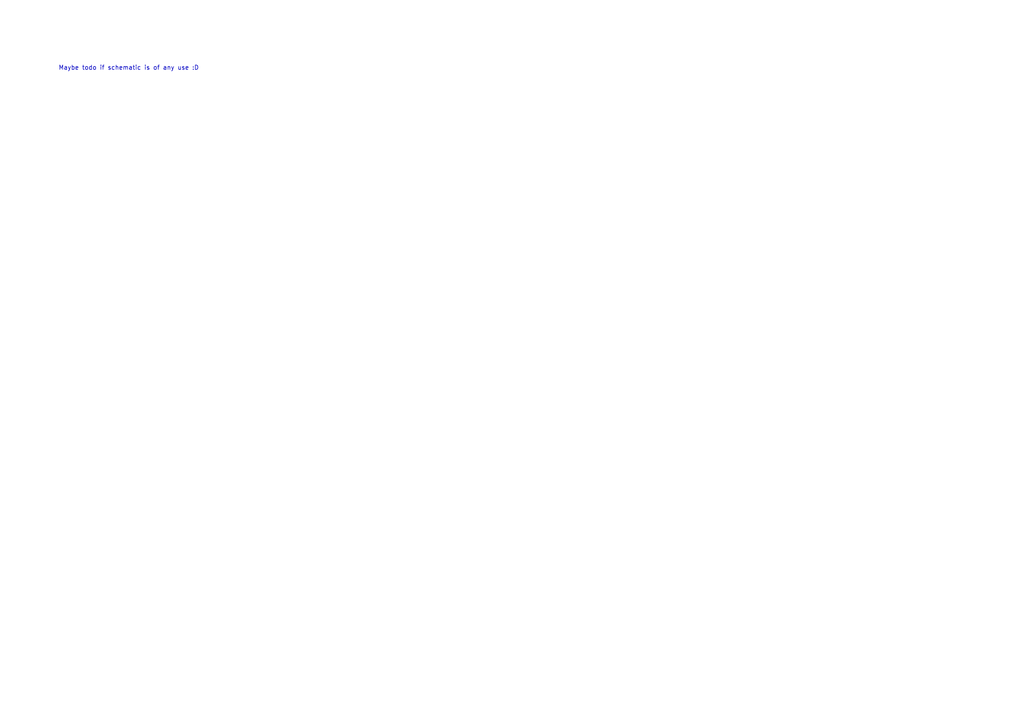
<source format=kicad_sch>
(kicad_sch
	(version 20231120)
	(generator "eeschema")
	(generator_version "8.0")
	(uuid "653f0c50-b1df-45a4-bbe0-ee4d6e712608")
	(paper "A4")
	(lib_symbols)
	(text "Maybe todo if schematic is of any use :D"
		(exclude_from_sim no)
		(at 37.338 19.812 0)
		(effects
			(font
				(size 1.27 1.27)
			)
		)
		(uuid "2f1443a3-c784-4b0a-8c51-b77c634dcf43")
	)
	(sheet_instances
		(path "/"
			(page "1")
		)
	)
)

</source>
